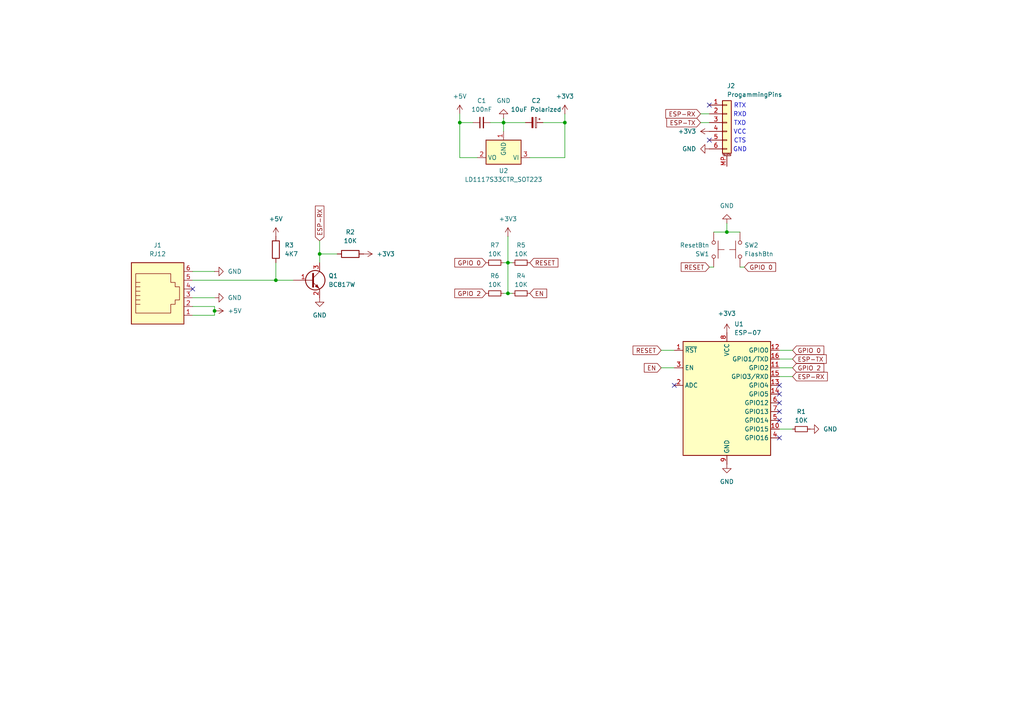
<source format=kicad_sch>
(kicad_sch (version 20241209) (generator "eeschema") (generator_version "8.99")
  (paper "A4")
  (title_block (title "ESPHome-HAN-Reader"))
  (lib_symbols
    (symbol "Connector:RJ12" (pin_names (offset 1.016))
      (property "Reference" "J" (at -5.08 11.43 0))
      (property "Value" "RJ12" (at 2.54 11.43 0))
      (symbol "RJ12_0_1"
        (polyline (pts (xy -6.35 3.175) (xy -5.08 3.175) (xy -5.08 3.175)))
        (polyline (pts (xy -6.35 1.905) (xy -5.08 1.905) (xy -5.08 1.905)))
        (polyline (pts (xy -6.35 0.635) (xy -5.08 0.635) (xy -5.08 0.635)))
        (polyline (pts (xy -6.35 -0.635) (xy -5.08 -0.635) (xy -5.08 -0.635)))
        (polyline (pts (xy -6.35 -1.905) (xy -5.08 -1.905) (xy -5.08 -1.905)))
        (polyline (pts (xy -6.35 -4.445) (xy -6.35 6.985) (xy 3.81 6.985) (xy 3.81 4.445) (xy 5.08 4.445) (xy 5.08 3.175) (xy 6.35 3.175) (xy 6.35 -0.635) (xy 5.08 -0.635) (xy 5.08 -1.905) (xy 3.81 -1.905) (xy 3.81 -4.445) (xy -6.35 -4.445) (xy -6.35 -4.445)))
        (polyline (pts (xy -5.08 4.445) (xy -6.35 4.445) (xy -6.35 4.445)))
        (rectangle (start 7.62 10.16) (end -7.62 -7.62) (stroke (width 0.254)) (fill (type background)))
      )
      (symbol "RJ12_1_1"
        (pin passive line (at 10.16 7.62 180) (length 2.54) (name "~") (number "6"))
        (pin passive line (at 10.16 5.08 180) (length 2.54) (name "~") (number "5"))
        (pin passive line (at 10.16 2.54 180) (length 2.54) (name "~") (number "4"))
        (pin passive line (at 10.16 0 180) (length 2.54) (name "~") (number "3"))
        (pin passive line (at 10.16 -2.54 180) (length 2.54) (name "~") (number "2"))
        (pin passive line (at 10.16 -5.08 180) (length 2.54) (name "~") (number "1"))
      )
    )
    (symbol "Connector_Generic_MountingPin:Conn_01x06_MountingPin" (pin_names (offset 1.016) (hide yes))
      (property "Reference" "J" (at 0 7.62 0))
      (property "Value" "Conn_01x06_MountingPin" (at 1.27 -10.16 0))
      (symbol "Conn_01x06_MountingPin_1_1"
        (rectangle (start -1.27 6.35) (end 1.27 -8.89) (stroke (width 0.254)) (fill (type background)))
        (rectangle (start -1.27 5.207) (end 0 4.953) (stroke (width 0.1524)))
        (rectangle (start -1.27 2.667) (end 0 2.413) (stroke (width 0.1524)))
        (rectangle (start -1.27 0.127) (end 0 -0.127) (stroke (width 0.1524)))
        (rectangle (start -1.27 -2.413) (end 0 -2.667) (stroke (width 0.1524)))
        (rectangle (start -1.27 -4.953) (end 0 -5.207) (stroke (width 0.1524)))
        (rectangle (start -1.27 -7.493) (end 0 -7.747) (stroke (width 0.1524)))
        (polyline (pts (xy -1.016 -9.652) (xy 1.016 -9.652)) (stroke (width 0.1524)))
        (text "Mounting" (at 0 -9.271 0) (effects (font (size 0.381 0.381))))
        (pin passive line (at -5.08 5.08 0) (length 3.81) (name "Pin_1") (number "1"))
        (pin passive line (at -5.08 2.54 0) (length 3.81) (name "Pin_2") (number "2"))
        (pin passive line (at -5.08 0 0) (length 3.81) (name "Pin_3") (number "3"))
        (pin passive line (at -5.08 -2.54 0) (length 3.81) (name "Pin_4") (number "4"))
        (pin passive line (at -5.08 -5.08 0) (length 3.81) (name "Pin_5") (number "5"))
        (pin passive line (at -5.08 -7.62 0) (length 3.81) (name "Pin_6") (number "6"))
        (pin passive line (at 0 -12.7 90) (length 3.048) (name "MountPin") (number "MP"))
      )
    )
    (symbol "Device:C_Polarized_Small" (pin_numbers (hide yes)) (pin_names (offset 0.254) (hide yes))
      (property "Reference" "C" (at 0.254 1.778 0))
      (property "Value" "C_Polarized_Small" (at 0.254 -2.032 0))
      (symbol "C_Polarized_Small_0_1"
        (rectangle (start -1.524 0.6858) (end 1.524 0.3048))
        (rectangle (start -1.524 -0.3048) (end 1.524 -0.6858) (fill (type outline)))
        (polyline (pts (xy -1.27 1.524) (xy -0.762 1.524)))
        (polyline (pts (xy -1.016 1.27) (xy -1.016 1.778)))
      )
      (symbol "C_Polarized_Small_1_1"
        (pin passive line (at 0 2.54 270) (length 1.8542) (name "~") (number "1"))
        (pin passive line (at 0 -2.54 90) (length 1.8542) (name "~") (number "2"))
      )
    )
    (symbol "Device:C_Small" (pin_numbers (hide yes)) (pin_names (offset 0.254) (hide yes))
      (property "Reference" "C" (at 0.254 1.778 0))
      (property "Value" "C_Small" (at 0.254 -2.032 0))
      (symbol "C_Small_0_1"
        (polyline (pts (xy -1.524 0.508) (xy 1.524 0.508)) (stroke (width 0.3048)))
        (polyline (pts (xy -1.524 -0.508) (xy 1.524 -0.508)) (stroke (width 0.3302)))
      )
      (symbol "C_Small_1_1"
        (pin passive line (at 0 2.54 270) (length 2.032) (name "~") (number "1"))
        (pin passive line (at 0 -2.54 90) (length 2.032) (name "~") (number "2"))
      )
    )
    (symbol "Device:R" (pin_numbers (hide yes)) (pin_names (offset 0))
      (property "Reference" "R" (at 2.032 0 90))
      (property "Value" "R" (at 0 0 90))
      (symbol "R_0_1"
        (rectangle (start -1.016 -2.54) (end 1.016 2.54) (stroke (width 0.254)))
      )
      (symbol "R_1_1"
        (pin passive line (at 0 3.81 270) (length 1.27) (name "~") (number "1"))
        (pin passive line (at 0 -3.81 90) (length 1.27) (name "~") (number "2"))
      )
    )
    (symbol "Device:R_Small" (pin_numbers (hide yes)) (pin_names (offset 0.254) (hide yes))
      (property "Reference" "R" (at 0.762 0.508 0))
      (property "Value" "R_Small" (at 0.762 -1.016 0))
      (symbol "R_Small_0_1"
        (rectangle (start -0.762 1.778) (end 0.762 -1.778) (stroke (width 0.2032)))
      )
      (symbol "R_Small_1_1"
        (pin passive line (at 0 2.54 270) (length 0.762) (name "~") (number "1"))
        (pin passive line (at 0 -2.54 90) (length 0.762) (name "~") (number "2"))
      )
    )
    (symbol "RF_Module:ESP-07"
      (property "Reference" "U" (at -12.7 19.05 0))
      (property "Value" "ESP-07" (at 12.7 19.05 0))
      (symbol "ESP-07_0_1"
        (rectangle (start -12.7 17.78) (end 12.7 -15.24) (stroke (width 0.254)) (fill (type background)))
      )
      (symbol "ESP-07_1_1"
        (pin input line (at -15.24 15.24 0) (length 2.54) (name "~{RST}") (number "1"))
        (pin input line (at -15.24 10.16 0) (length 2.54) (name "EN") (number "3"))
        (pin input line (at -15.24 5.08 0) (length 2.54) (name "ADC") (number "2"))
        (pin power_in line (at 0 20.32 270) (length 2.54) (name "VCC") (number "8"))
        (pin power_in line (at 0 -17.78 90) (length 2.54) (name "GND") (number "9"))
        (pin bidirectional line (at 15.24 15.24 180) (length 2.54) (name "GPIO0") (number "12"))
        (pin bidirectional line (at 15.24 12.7 180) (length 2.54) (name "GPIO1/TXD") (number "16"))
        (pin bidirectional line (at 15.24 10.16 180) (length 2.54) (name "GPIO2") (number "11"))
        (pin bidirectional line (at 15.24 7.62 180) (length 2.54) (name "GPIO3/RXD") (number "15"))
        (pin bidirectional line (at 15.24 5.08 180) (length 2.54) (name "GPIO4") (number "13"))
        (pin bidirectional line (at 15.24 2.54 180) (length 2.54) (name "GPIO5") (number "14"))
        (pin bidirectional line (at 15.24 0 180) (length 2.54) (name "GPIO12") (number "6"))
        (pin bidirectional line (at 15.24 -2.54 180) (length 2.54) (name "GPIO13") (number "7"))
        (pin bidirectional line (at 15.24 -5.08 180) (length 2.54) (name "GPIO14") (number "5"))
        (pin bidirectional line (at 15.24 -7.62 180) (length 2.54) (name "GPIO15") (number "10"))
        (pin bidirectional line (at 15.24 -10.16 180) (length 2.54) (name "GPIO16") (number "4"))
      )
    )
    (symbol "Regulator_Linear:LD1117S33TR_SOT223"
      (property "Reference" "U" (at -3.81 3.175 0))
      (property "Value" "LD1117S33TR_SOT223" (at 0 3.175 0))
      (symbol "LD1117S33TR_SOT223_0_1"
        (rectangle (start -5.08 -5.08) (end 5.08 1.905) (stroke (width 0.254)) (fill (type background)))
      )
      (symbol "LD1117S33TR_SOT223_1_1"
        (pin power_in line (at -7.62 0 0) (length 2.54) (name "VI") (number "3"))
        (pin power_in line (at 0 -7.62 90) (length 2.54) (name "GND") (number "1"))
        (pin power_out line (at 7.62 0 180) (length 2.54) (name "VO") (number "2"))
      )
    )
    (symbol "Switch:SW_Push" (pin_numbers (hide yes)) (pin_names (offset 1.016) (hide yes))
      (property "Reference" "SW" (at 1.27 2.54 0))
      (property "Value" "SW_Push" (at 0 -1.524 0))
      (symbol "SW_Push_0_1"
        (circle (center -2.032 0) (radius 0.508))
        (polyline (pts (xy 0 1.27) (xy 0 3.048)))
        (circle (center 2.032 0) (radius 0.508))
        (polyline (pts (xy 2.54 1.27) (xy -2.54 1.27)))
        (pin passive line (at -5.08 0 0) (length 2.54) (name "1") (number "1"))
        (pin passive line (at 5.08 0 180) (length 2.54) (name "2") (number "2"))
      )
    )
    (symbol "Transistor_BJT:BC817W" (pin_names (offset 0) (hide yes))
      (property "Reference" "Q" (at 5.08 1.905 0))
      (property "Value" "BC817W" (at 5.08 0 0))
      (symbol "BC817W_0_1"
        (polyline (pts (xy 0.635 1.905) (xy 0.635 -1.905) (xy 0.635 -1.905)) (stroke (width 0.508)))
        (polyline (pts (xy 0.635 0.635) (xy 2.54 2.54)))
        (polyline (pts (xy 0.635 -0.635) (xy 2.54 -2.54) (xy 2.54 -2.54)))
        (circle (center 1.27 0) (radius 2.8194) (stroke (width 0.254)))
        (polyline (pts (xy 1.27 -1.778) (xy 1.778 -1.27) (xy 2.286 -2.286) (xy 1.27 -1.778) (xy 1.27 -1.778)) (fill (type outline)))
      )
      (symbol "BC817W_1_1"
        (pin input line (at -5.08 0 0) (length 5.715) (name "B") (number "1"))
        (pin passive line (at 2.54 5.08 270) (length 2.54) (name "C") (number "3"))
        (pin passive line (at 2.54 -5.08 90) (length 2.54) (name "E") (number "2"))
      )
    )
    (symbol "power:+3V3" (power) (pin_numbers (hide yes)) (pin_names (offset 0) (hide yes))
      (property "Value" "+3V3" (at 0 3.556 0))
      (symbol "+3V3_0_1"
        (polyline (pts (xy -0.762 1.27) (xy 0 2.54)))
        (polyline (pts (xy 0 2.54) (xy 0.762 1.27)))
        (polyline (pts (xy 0 0) (xy 0 2.54)))
      )
      (symbol "+3V3_1_1"
        (pin power_in line (at 0 0 90) (length 0) (name "~") (number "1"))
      )
    )
    (symbol "power:+5V" (power) (pin_numbers (hide yes)) (pin_names (offset 0) (hide yes))
      (property "Value" "+5V" (at 0 3.556 0))
      (symbol "+5V_0_1"
        (polyline (pts (xy -0.762 1.27) (xy 0 2.54)))
        (polyline (pts (xy 0 2.54) (xy 0.762 1.27)))
        (polyline (pts (xy 0 0) (xy 0 2.54)))
      )
      (symbol "+5V_1_1"
        (pin power_in line (at 0 0 90) (length 0) (name "~") (number "1"))
      )
    )
    (symbol "power:GND" (power) (pin_numbers (hide yes)) (pin_names (offset 0) (hide yes))
      (property "Value" "GND" (at 0 -3.81 0))
      (symbol "GND_0_1"
        (polyline (pts (xy 0 0) (xy 0 -1.27) (xy 1.27 -1.27) (xy 0 -2.54) (xy -1.27 -1.27) (xy 0 -1.27)))
      )
      (symbol "GND_1_1"
        (pin power_in line (at 0 0 270) (length 0) (name "~") (number "1"))
      )
    )
  )
  (text "RXD" (at 214.63 33.274 0) (effects (font (size 1.27 1.27))))
  (text "CTS" (at 214.63 40.894 0) (effects (font (size 1.27 1.27))))
  (text "GND" (at 214.63 43.434 0) (effects (font (size 1.27 1.27))))
  (text "TXD" (at 214.63 35.814 0) (effects (font (size 1.27 1.27))))
  (text "VCC\n" (at 214.63 38.354 0) (effects (font (size 1.27 1.27))))
  (text "RTX\n" (at 214.63 30.734 0) (effects (font (size 1.27 1.27))))
  (junction (at 210.82 67.31))
  (junction (at 163.83 35.56))
  (junction (at 133.35 35.56))
  (junction (at 147.32 85.09))
  (junction (at 146.05 35.56))
  (junction (at 92.71 73.66))
  (junction (at 80.01 81.28))
  (junction (at 62.23 90.17))
  (junction (at 147.32 76.2))
  (no_connect (at 195.58 111.76))
  (no_connect (at 226.06 111.76))
  (no_connect (at 205.74 40.64))
  (no_connect (at 226.06 121.92))
  (no_connect (at 205.74 30.48))
  (no_connect (at 226.06 116.84))
  (no_connect (at 55.88 83.82))
  (no_connect (at 226.06 114.3))
  (no_connect (at 226.06 119.38))
  (no_connect (at 226.06 127))
  (wire (pts (xy 80.01 81.28) (xy 85.09 81.28)))
  (wire (pts (xy 214.63 77.47) (xy 215.9 77.47)))
  (wire (pts (xy 62.23 91.44) (xy 62.23 90.17)))
  (wire (pts (xy 147.32 76.2) (xy 147.32 85.09)))
  (wire (pts (xy 226.06 106.68) (xy 229.87 106.68)))
  (wire (pts (xy 229.87 124.46) (xy 226.06 124.46)))
  (wire (pts (xy 203.2 33.02) (xy 205.74 33.02)))
  (wire (pts (xy 226.06 101.6) (xy 229.87 101.6)))
  (wire (pts (xy 207.01 67.31) (xy 210.82 67.31)))
  (wire (pts (xy 147.32 76.2) (xy 148.59 76.2)))
  (wire (pts (xy 146.05 35.56) (xy 152.4 35.56)))
  (wire (pts (xy 80.01 76.2) (xy 80.01 81.28)))
  (wire (pts (xy 55.88 78.74) (xy 62.23 78.74)))
  (wire (pts (xy 205.74 77.47) (xy 207.01 77.47)))
  (wire (pts (xy 55.88 91.44) (xy 62.23 91.44)))
  (wire (pts (xy 133.35 33.02) (xy 133.35 35.56)))
  (wire (pts (xy 133.35 45.72) (xy 138.43 45.72)))
  (wire (pts (xy 55.88 81.28) (xy 80.01 81.28)))
  (wire (pts (xy 62.23 88.9) (xy 62.23 90.17)))
  (wire (pts (xy 203.2 35.56) (xy 205.74 35.56)))
  (wire (pts (xy 163.83 35.56) (xy 163.83 45.72)))
  (wire (pts (xy 92.71 73.66) (xy 97.79 73.66)))
  (wire (pts (xy 191.77 106.68) (xy 195.58 106.68)))
  (wire (pts (xy 210.82 67.31) (xy 214.63 67.31)))
  (wire (pts (xy 147.32 85.09) (xy 148.59 85.09)))
  (wire (pts (xy 137.16 35.56) (xy 133.35 35.56)))
  (wire (pts (xy 55.88 86.36) (xy 62.23 86.36)))
  (wire (pts (xy 226.06 104.14) (xy 229.87 104.14)))
  (wire (pts (xy 146.05 76.2) (xy 147.32 76.2)))
  (wire (pts (xy 146.05 35.56) (xy 146.05 34.29)))
  (wire (pts (xy 142.24 35.56) (xy 146.05 35.56)))
  (wire (pts (xy 163.83 33.02) (xy 163.83 35.56)))
  (wire (pts (xy 153.67 45.72) (xy 163.83 45.72)))
  (wire (pts (xy 147.32 68.58) (xy 147.32 76.2)))
  (wire (pts (xy 210.82 67.31) (xy 210.82 64.77)))
  (wire (pts (xy 157.48 35.56) (xy 163.83 35.56)))
  (wire (pts (xy 92.71 73.66) (xy 92.71 69.85)))
  (wire (pts (xy 146.05 38.1) (xy 146.05 35.56)))
  (wire (pts (xy 92.71 73.66) (xy 92.71 76.2)))
  (wire (pts (xy 226.06 109.22) (xy 229.87 109.22)))
  (wire (pts (xy 146.05 85.09) (xy 147.32 85.09)))
  (wire (pts (xy 133.35 35.56) (xy 133.35 45.72)))
  (wire (pts (xy 191.77 101.6) (xy 195.58 101.6)))
  (wire (pts (xy 55.88 88.9) (xy 62.23 88.9)))
  (global_label "GPIO 0" (shape input) (at 140.97 76.2 180) (property "Intersheetrefs" "${INTERSHEET_REFS}" (effects (hide yes))))
  (global_label "RESET" (shape input) (at 153.67 76.2 0) (property "Intersheetrefs" "${INTERSHEET_REFS}" (effects (hide yes))))
  (global_label "ESP-RX" (shape input) (at 229.87 109.22 0) (property "Intersheetrefs" "${INTERSHEET_REFS}" (effects (hide yes))))
  (global_label "GPIO 0" (shape input) (at 215.9 77.47 0) (property "Intersheetrefs" "${INTERSHEET_REFS}" (effects (hide yes))))
  (global_label "GPIO 2" (shape input) (at 229.87 106.68 0) (property "Intersheetrefs" "${INTERSHEET_REFS}" (effects (hide yes))))
  (global_label "EN" (shape input) (at 191.77 106.68 180) (property "Intersheetrefs" "${INTERSHEET_REFS}" (effects (hide yes))))
  (global_label "ESP-TX" (shape input) (at 229.87 104.14 0) (property "Intersheetrefs" "${INTERSHEET_REFS}" (effects (hide yes))))
  (global_label "GPIO 0" (shape input) (at 229.87 101.6 0) (property "Intersheetrefs" "${INTERSHEET_REFS}" (effects (hide yes))))
  (global_label "ESP-RX" (shape input) (at 203.2 33.02 180) (property "Intersheetrefs" "${INTERSHEET_REFS}" (effects (hide yes))))
  (global_label "GPIO 2" (shape input) (at 140.97 85.09 180) (property "Intersheetrefs" "${INTERSHEET_REFS}" (effects (hide yes))))
  (global_label "RESET" (shape input) (at 191.77 101.6 180) (property "Intersheetrefs" "${INTERSHEET_REFS}" (effects (hide yes))))
  (global_label "RESET" (shape input) (at 205.74 77.47 180) (property "Intersheetrefs" "${INTERSHEET_REFS}" (effects (hide yes))))
  (global_label "EN" (shape input) (at 153.67 85.09 0) (property "Intersheetrefs" "${INTERSHEET_REFS}" (effects (hide yes))))
  (global_label "ESP-RX" (shape input) (at 92.71 69.85 90) (property "Intersheetrefs" "${INTERSHEET_REFS}" (effects (hide yes))))
  (global_label "ESP-TX" (shape input) (at 203.2 35.56 180) (property "Intersheetrefs" "${INTERSHEET_REFS}" (effects (hide yes))))
  (symbol (lib_id "Device:R_Small") (at 151.13 85.09 90) (unit 1)
    (property "Reference" "R4" (at 151.13 80.01 90))
    (property "Value" "10K" (at 151.13 82.55 90))
    (property "Footprint" "Resistor_SMD:R_0805_2012Metric_Pad1.20x1.40mm_HandSolder" (effects (hide yes)))
    (property "Description" "Resistor, small symbol" (effects (hide yes)))
  )
  (symbol (lib_id "Connector:RJ12") (at 45.72 86.36 0) (unit 1)
    (property "Reference" "J1" (at 45.72 71.12 0))
    (property "Value" "RJ12" (at 45.72 73.66 0))
    (property "Footprint" "Connector_RJ:RJ12_DS1133-S60BPX" (effects (hide yes)))
    (property "Description" "RJ connector, 6P6C (6 positions 6 connected)" (effects (hide yes)))
  )
  (symbol (lib_id "Switch:SW_Push") (at 207.01 72.39 270) (unit 1)
    (property "Reference" "SW1" (at 205.74 73.6601 90) (effects (justify right)))
    (property "Value" "ResetBtn" (at 205.74 71.1201 90) (effects (justify right)))
    (property "Footprint" "Button_Switch_SMD:SW_SPST_TL3342" (effects (hide yes)))
    (property "Description" "Push button switch, generic, two pins" (effects (hide yes)))
  )
  (symbol (lib_id "Device:R") (at 101.6 73.66 90) (unit 1)
    (property "Reference" "R2" (at 101.6 67.31 90))
    (property "Value" "10K" (at 101.6 69.85 90))
    (property "Footprint" "Resistor_SMD:R_0805_2012Metric_Pad1.20x1.40mm_HandSolder" (effects (hide yes)))
    (property "Description" "Resistor" (effects (hide yes)))
  )
  (symbol (lib_id "power:GND") (at 62.23 86.36 90) (unit 1)
    (property "Reference" "#PWR02" (effects (hide yes)))
    (property "Value" "GND" (at 66.04 86.3599 90) (effects (justify right)))
    (property "Description" "Power symbol creates a global label with name \"GND\" , ground" (effects (hide yes)))
  )
  (symbol (lib_id "power:+3V3") (at 163.83 33.02 0) (unit 1)
    (property "Reference" "#PWR013" (effects (hide yes)))
    (property "Value" "+3V3" (at 163.83 27.94 0))
    (property "Description" "Power symbol creates a global label with name \"+3V3\"" (effects (hide yes)))
  )
  (symbol (lib_id "power:GND") (at 210.82 64.77 180) (unit 1)
    (property "Reference" "#PWR05" (effects (hide yes)))
    (property "Value" "GND" (at 210.82 59.69 0))
    (property "Description" "Power symbol creates a global label with name \"GND\" , ground" (effects (hide yes)))
  )
  (symbol (lib_id "Device:R_Small") (at 143.51 76.2 270) (unit 1)
    (property "Reference" "R7" (at 143.51 71.12 90))
    (property "Value" "10K" (at 143.51 73.66 90))
    (property "Footprint" "Resistor_SMD:R_0805_2012Metric_Pad1.20x1.40mm_HandSolder" (effects (hide yes)))
    (property "Description" "Resistor, small symbol" (effects (hide yes)))
  )
  (symbol (lib_id "Regulator_Linear:LD1117S33TR_SOT223") (at 146.05 45.72 180) (unit 1)
    (property "Reference" "U2" (at 146.05 49.53 0))
    (property "Value" "LD1117S33CTR_SOT223" (at 146.05 52.07 0))
    (property "Footprint" "Package_TO_SOT_SMD:SOT-223-3_TabPin2" (effects (hide yes)))
    (property "Datasheet" "http://www.st.com/st-web-ui/static/active/en/resource/technical/document/datasheet/CD00000544.pdf" (effects (hide yes)))
    (property "Description" "800mA Fixed Low Drop Positive Voltage Regulator, Fixed Output 3.3V, SOT-223" (effects (hide yes)))
  )
  (symbol (lib_id "power:+3V3") (at 147.32 68.58 0) (unit 1)
    (property "Reference" "#PWR015" (effects (hide yes)))
    (property "Value" "+3V3" (at 147.32 63.5 0))
    (property "Description" "Power symbol creates a global label with name \"+3V3\"" (effects (hide yes)))
  )
  (symbol (lib_id "Device:R") (at 80.01 72.39 0) (unit 1)
    (property "Reference" "R3" (at 82.55 71.1199 0) (effects (justify left)))
    (property "Value" "4K7" (at 82.55 73.6599 0) (effects (justify left)))
    (property "Footprint" "Resistor_SMD:R_0805_2012Metric_Pad1.20x1.40mm_HandSolder" (effects (hide yes)))
    (property "Description" "Resistor" (effects (hide yes)))
  )
  (symbol (lib_id "power:GND") (at 205.74 43.18 270) (unit 1)
    (property "Reference" "#PWR06" (effects (hide yes)))
    (property "Value" "GND" (at 201.93 43.1799 90) (effects (justify right)))
    (property "Description" "Power symbol creates a global label with name \"GND\" , ground" (effects (hide yes)))
  )
  (symbol (lib_id "Device:R_Small") (at 232.41 124.46 90) (unit 1)
    (property "Reference" "R1" (at 232.41 119.38 90))
    (property "Value" "10K" (at 232.41 121.92 90))
    (property "Footprint" "Resistor_SMD:R_0805_2012Metric_Pad1.20x1.40mm_HandSolder" (effects (hide yes)))
    (property "Description" "Resistor, small symbol" (effects (hide yes)))
  )
  (symbol (lib_id "Connector_Generic_MountingPin:Conn_01x06_MountingPin") (at 210.82 35.56 0) (unit 1)
    (property "Reference" "J2" (at 210.82 24.892 0) (effects (justify left)))
    (property "Value" "ProgammingPins" (at 210.82 27.432 0) (effects (justify left)))
    (property "Footprint" "Connector_PinHeader_2.54mm:PinHeader_1x06_P2.54mm_Vertical_NoSilkscreen" (effects (hide yes)))
    (property "Description" "Generic connectable mounting pin connector, single row, 01x06, script generated (kicad-library-utils/schlib/autogen/connector/)" (effects (hide yes)))
  )
  (symbol (lib_id "power:GND") (at 146.05 34.29 180) (unit 1)
    (property "Reference" "#PWR011" (effects (hide yes)))
    (property "Value" "GND" (at 146.05 29.21 0))
    (property "Description" "Power symbol creates a global label with name \"GND\" , ground" (effects (hide yes)))
  )
  (symbol (lib_id "power:+3V3") (at 210.82 96.52 0) (unit 1)
    (property "Reference" "#PWR016" (effects (hide yes)))
    (property "Value" "+3V3" (at 210.82 90.932 0))
    (property "Description" "Power symbol creates a global label with name \"+3V3\"" (effects (hide yes)))
  )
  (symbol (lib_id "Device:C_Polarized_Small") (at 154.94 35.56 270) (unit 1)
    (property "Reference" "C2" (at 155.4861 29.21 90))
    (property "Value" "10uF Polarized" (at 155.4861 31.75 90))
    (property "Footprint" "Capacitor_Tantalum_SMD:CP_EIA-6032-15_Kemet-U_Pad2.25x2.35mm_HandSolder" (effects (hide yes)))
    (property "Description" "Polarized capacitor, small symbol" (effects (hide yes)))
  )
  (symbol (lib_id "RF_Module:ESP-07") (at 210.82 116.84 0) (unit 1)
    (property "Reference" "U1" (at 212.9633 93.98 0) (effects (justify left)))
    (property "Value" "ESP-07" (at 212.9633 96.52 0) (effects (justify left)))
    (property "Footprint" "RF_Module:ESP-07" (effects (hide yes)))
    (property "Datasheet" "http://wiki.ai-thinker.com/_media/esp8266/esp8266_series_modules_user_manual_v1.1.pdf" (effects (hide yes)))
    (property "Description" "802.11 b/g/n Wi-Fi Module" (effects (hide yes)))
  )
  (symbol (lib_id "power:GND") (at 62.23 78.74 90) (unit 1)
    (property "Reference" "#PWR01" (effects (hide yes)))
    (property "Value" "GND" (at 66.04 78.7399 90) (effects (justify right)))
    (property "Description" "Power symbol creates a global label with name \"GND\" , ground" (effects (hide yes)))
  )
  (symbol (lib_id "Switch:SW_Push") (at 214.63 72.39 90) (unit 1)
    (property "Reference" "SW2" (at 215.9 71.1199 90) (effects (justify right)))
    (property "Value" "FlashBtn" (at 215.9 73.6599 90) (effects (justify right)))
    (property "Footprint" "Button_Switch_SMD:SW_SPST_TL3342" (effects (hide yes)))
    (property "Description" "Push button switch, generic, two pins" (effects (hide yes)))
  )
  (symbol (lib_id "power:GND") (at 234.95 124.46 90) (unit 1)
    (property "Reference" "#PWR014" (effects (hide yes)))
    (property "Value" "GND" (at 238.76 124.4599 90) (effects (justify right)))
    (property "Description" "Power symbol creates a global label with name \"GND\" , ground" (effects (hide yes)))
  )
  (symbol (lib_id "Device:R_Small") (at 151.13 76.2 90) (unit 1)
    (property "Reference" "R5" (at 151.13 71.12 90))
    (property "Value" "10K" (at 151.13 73.66 90))
    (property "Footprint" "Resistor_SMD:R_0805_2012Metric_Pad1.20x1.40mm_HandSolder" (effects (hide yes)))
    (property "Description" "Resistor, small symbol" (effects (hide yes)))
  )
  (symbol (lib_id "Device:R_Small") (at 143.51 85.09 270) (unit 1)
    (property "Reference" "R6" (at 143.51 80.01 90))
    (property "Value" "10K" (at 143.51 82.55 90))
    (property "Footprint" "Resistor_SMD:R_0805_2012Metric_Pad1.20x1.40mm_HandSolder" (effects (hide yes)))
    (property "Description" "Resistor, small symbol" (effects (hide yes)))
  )
  (symbol (lib_id "Transistor_BJT:BC817W") (at 90.17 81.28 0) (unit 1)
    (property "Reference" "Q1" (at 95.25 80.0099 0) (effects (justify left)))
    (property "Value" "BC817W" (at 95.25 82.5499 0) (effects (justify left)))
    (property "Footprint" "Package_TO_SOT_SMD:SOT-323_SC-70" (effects (hide yes)))
    (property "Datasheet" "https://www.onsemi.com/pub/Collateral/BC818-D.pdf" (effects (hide yes)))
    (property "Description" "0.8A Ic, 45V Vce, NPN Transistor, SOT-323" (effects (hide yes)))
  )
  (symbol (lib_id "power:GND") (at 92.71 86.36 0) (unit 1)
    (property "Reference" "#PWR03" (effects (hide yes)))
    (property "Value" "GND" (at 92.71 91.44 0))
    (property "Description" "Power symbol creates a global label with name \"GND\" , ground" (effects (hide yes)))
  )
  (symbol (lib_id "power:+5V") (at 80.01 68.58 0) (unit 1)
    (property "Reference" "#PWR09" (effects (hide yes)))
    (property "Value" "+5V" (at 80.01 63.5 0))
    (property "Description" "Power symbol creates a global label with name \"+5V\"" (effects (hide yes)))
  )
  (symbol (lib_id "power:GND") (at 210.82 134.62 0) (unit 1)
    (property "Reference" "#PWR04" (effects (hide yes)))
    (property "Value" "GND" (at 210.82 139.7 0))
    (property "Description" "Power symbol creates a global label with name \"GND\" , ground" (effects (hide yes)))
  )
  (symbol (lib_id "power:+5V") (at 133.35 33.02 0) (unit 1)
    (property "Reference" "#PWR012" (effects (hide yes)))
    (property "Value" "+5V" (at 133.35 27.94 0))
    (property "Description" "Power symbol creates a global label with name \"+5V\"" (effects (hide yes)))
  )
  (symbol (lib_id "power:+5V") (at 62.23 90.17 270) (unit 1)
    (property "Reference" "#PWR08" (effects (hide yes)))
    (property "Value" "+5V" (at 66.04 90.1699 90) (effects (justify left)))
    (property "Description" "Power symbol creates a global label with name \"+5V\"" (effects (hide yes)))
  )
  (symbol (lib_id "power:+3V3") (at 105.41 73.66 270) (unit 1)
    (property "Reference" "#PWR010" (effects (hide yes)))
    (property "Value" "+3V3" (at 109.22 73.6599 90) (effects (justify left)))
    (property "Description" "Power symbol creates a global label with name \"+3V3\"" (effects (hide yes)))
  )
  (symbol (lib_id "Device:C_Small") (at 139.7 35.56 90) (unit 1)
    (property "Reference" "C1" (at 139.7063 29.21 90))
    (property "Value" "100nF" (at 139.7063 31.75 90))
    (property "Footprint" "Capacitor_Tantalum_SMD:CP_EIA-6032-15_Kemet-U_Pad2.25x2.35mm_HandSolder" (effects (hide yes)))
    (property "Description" "Unpolarized capacitor, small symbol" (effects (hide yes)))
  )
  (symbol (lib_id "power:+3V3") (at 205.74 38.1 90) (unit 1)
    (property "Reference" "#PWR07" (effects (hide yes)))
    (property "Value" "+3V3" (at 201.93 38.0999 90) (effects (justify left)))
    (property "Description" "Power symbol creates a global label with name \"+3V3\"" (effects (hide yes)))
  )
)
</source>
